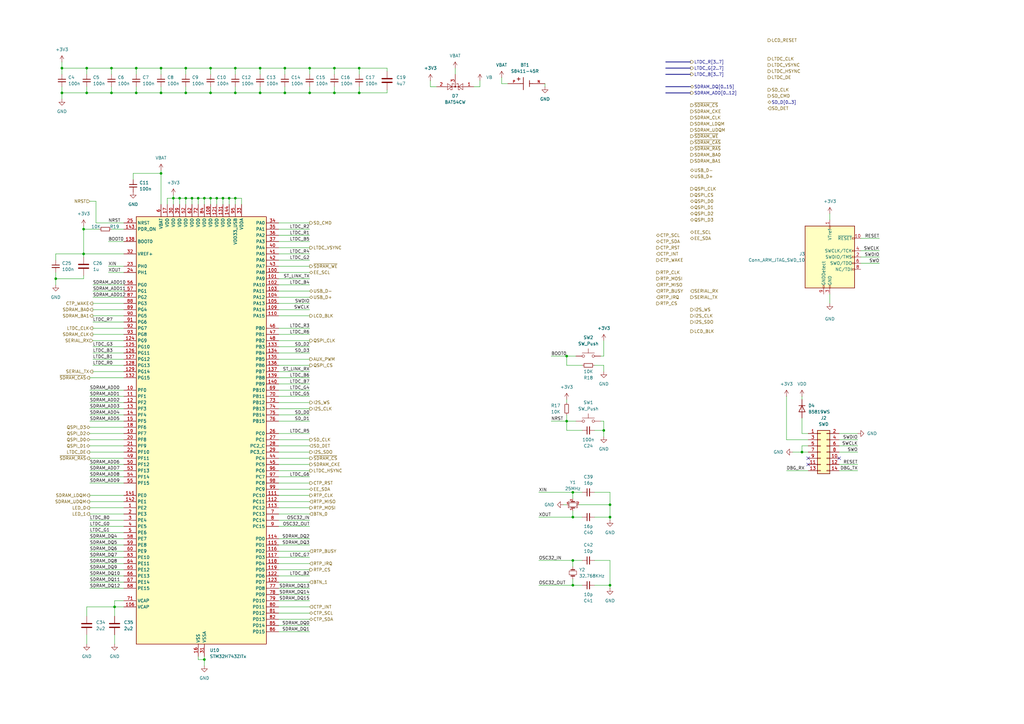
<source format=kicad_sch>
(kicad_sch (version 20231120) (generator "eeschema") (generator_version "8.0")
  (paper "A3")
  (junction (at 86.36 38.1))
  (junction (at 71.12 81.28))
  (junction (at 46.99 248.92))
  (junction (at 34.29 93.98))
  (junction (at 66.04 38.1))
  (junction (at 91.44 81.28))
  (junction (at 34.29 104.14))
  (junction (at 147.32 38.1))
  (junction (at 25.4 27.94))
  (junction (at 35.56 38.1))
  (junction (at 137.16 27.94))
  (junction (at 83.82 270.51))
  (junction (at 86.36 81.28))
  (junction (at 96.52 38.1))
  (junction (at 81.28 81.28))
  (junction (at 234.95 240.03))
  (junction (at 116.84 27.94))
  (junction (at 83.82 81.28))
  (junction (at 250.19 212.09))
  (junction (at 234.95 229.87))
  (junction (at 116.84 38.1))
  (junction (at 88.9 81.28))
  (junction (at 232.41 172.72))
  (junction (at 96.52 81.28))
  (junction (at 250.19 240.03))
  (junction (at 76.2 27.94))
  (junction (at 328.93 185.42))
  (junction (at 55.88 27.94))
  (junction (at 66.04 71.12))
  (junction (at 96.52 27.94))
  (junction (at 73.66 81.28))
  (junction (at 76.2 38.1))
  (junction (at 232.41 146.05))
  (junction (at 45.72 38.1))
  (junction (at 45.72 27.94))
  (junction (at 93.98 81.28))
  (junction (at 234.95 212.09))
  (junction (at 78.74 81.28))
  (junction (at 22.86 114.3))
  (junction (at 247.65 176.53))
  (junction (at 106.68 27.94))
  (junction (at 250.19 207.01))
  (junction (at 106.68 38.1))
  (junction (at 35.56 27.94))
  (junction (at 234.95 201.93))
  (junction (at 66.04 27.94))
  (junction (at 127 27.94))
  (junction (at 127 38.1))
  (junction (at 86.36 27.94))
  (junction (at 76.2 81.28))
  (junction (at 55.88 38.1))
  (junction (at 137.16 38.1))
  (junction (at 25.4 38.1))
  (junction (at 147.32 27.94))
  (no_connect (at 331.47 187.96))
  (no_connect (at 344.17 187.96))
  (no_connect (at 331.47 190.5))
  (wire (pts (xy 66.04 35.56) (xy 66.04 38.1)))
  (wire (pts (xy 127 121.92) (xy 114.3 121.92)))
  (wire (pts (xy 66.04 83.82) (xy 66.04 71.12)))
  (wire (pts (xy 83.82 270.51) (xy 83.82 269.24)))
  (wire (pts (xy 127 35.56) (xy 127 38.1)))
  (wire (pts (xy 36.83 223.52) (xy 50.8 223.52)))
  (wire (pts (xy 328.93 162.56) (xy 328.93 163.83)))
  (wire (pts (xy 250.19 207.01) (xy 250.19 212.09)))
  (wire (pts (xy 25.4 25.4) (xy 25.4 27.94)))
  (wire (pts (xy 45.72 38.1) (xy 55.88 38.1)))
  (wire (pts (xy 71.12 81.28) (xy 68.58 81.28)))
  (wire (pts (xy 45.72 27.94) (xy 45.72 30.48)))
  (wire (pts (xy 351.79 182.88) (xy 344.17 182.88)))
  (wire (pts (xy 66.04 38.1) (xy 76.2 38.1)))
  (wire (pts (xy 127 205.74) (xy 114.3 205.74)))
  (wire (pts (xy 127 203.2) (xy 114.3 203.2)))
  (wire (pts (xy 322.58 180.34) (xy 331.47 180.34)))
  (wire (pts (xy 246.38 146.05) (xy 247.65 146.05)))
  (wire (pts (xy 250.19 240.03) (xy 250.19 241.3)))
  (wire (pts (xy 39.37 82.55) (xy 39.37 91.44)))
  (wire (pts (xy 36.83 187.96) (xy 50.8 187.96)))
  (wire (pts (xy 44.45 109.22) (xy 50.8 109.22)))
  (wire (pts (xy 127 27.94) (xy 127 30.48)))
  (wire (pts (xy 205.74 34.29) (xy 208.28 34.29)))
  (wire (pts (xy 44.45 99.06) (xy 50.8 99.06)))
  (wire (pts (xy 232.41 149.86) (xy 232.41 146.05)))
  (wire (pts (xy 36.83 226.06) (xy 50.8 226.06)))
  (wire (pts (xy 127 172.72) (xy 114.3 172.72)))
  (wire (pts (xy 36.83 160.02) (xy 50.8 160.02)))
  (wire (pts (xy 25.4 27.94) (xy 25.4 30.48)))
  (wire (pts (xy 38.1 134.62) (xy 50.8 134.62)))
  (wire (pts (xy 38.1 149.86) (xy 50.8 149.86)))
  (wire (pts (xy 147.32 38.1) (xy 158.75 38.1)))
  (wire (pts (xy 36.83 154.94) (xy 50.8 154.94)))
  (wire (pts (xy 127 134.62) (xy 114.3 134.62)))
  (wire (pts (xy 35.56 27.94) (xy 35.56 30.48)))
  (wire (pts (xy 38.1 152.4) (xy 50.8 152.4)))
  (wire (pts (xy 234.95 229.87) (xy 234.95 232.41)))
  (wire (pts (xy 176.53 35.56) (xy 179.07 35.56)))
  (wire (pts (xy 250.19 201.93) (xy 250.19 207.01)))
  (wire (pts (xy 238.76 229.87) (xy 234.95 229.87)))
  (wire (pts (xy 36.83 236.22) (xy 50.8 236.22)))
  (wire (pts (xy 38.1 116.84) (xy 50.8 116.84)))
  (wire (pts (xy 127 91.44) (xy 114.3 91.44)))
  (wire (pts (xy 137.16 27.94) (xy 147.32 27.94)))
  (wire (pts (xy 360.68 102.87) (xy 353.06 102.87)))
  (wire (pts (xy 36.83 162.56) (xy 50.8 162.56)))
  (wire (pts (xy 223.52 35.56) (xy 223.52 34.29)))
  (wire (pts (xy 71.12 81.28) (xy 71.12 83.82)))
  (wire (pts (xy 50.8 248.92) (xy 46.99 248.92)))
  (wire (pts (xy 35.56 27.94) (xy 45.72 27.94)))
  (wire (pts (xy 34.29 93.98) (xy 34.29 104.14)))
  (wire (pts (xy 81.28 269.24) (xy 81.28 270.51)))
  (wire (pts (xy 127 93.98) (xy 114.3 93.98)))
  (wire (pts (xy 127 180.34) (xy 114.3 180.34)))
  (wire (pts (xy 34.29 93.98) (xy 40.64 93.98)))
  (wire (pts (xy 45.72 93.98) (xy 50.8 93.98)))
  (wire (pts (xy 86.36 27.94) (xy 96.52 27.94)))
  (wire (pts (xy 35.56 264.16) (xy 35.56 260.35)))
  (wire (pts (xy 96.52 27.94) (xy 106.68 27.94)))
  (wire (pts (xy 127 106.68) (xy 114.3 106.68)))
  (wire (pts (xy 38.1 119.38) (xy 50.8 119.38)))
  (wire (pts (xy 55.88 27.94) (xy 66.04 27.94)))
  (wire (pts (xy 36.83 193.04) (xy 50.8 193.04)))
  (wire (pts (xy 147.32 27.94) (xy 158.75 27.94)))
  (wire (pts (xy 127 101.6) (xy 114.3 101.6)))
  (wire (pts (xy 22.86 111.76) (xy 22.86 114.3)))
  (wire (pts (xy 96.52 38.1) (xy 106.68 38.1)))
  (wire (pts (xy 96.52 35.56) (xy 96.52 38.1)))
  (wire (pts (xy 127 231.14) (xy 114.3 231.14)))
  (wire (pts (xy 127 104.14) (xy 114.3 104.14)))
  (wire (pts (xy 106.68 27.94) (xy 106.68 30.48)))
  (wire (pts (xy 127 251.46) (xy 114.3 251.46)))
  (wire (pts (xy 46.99 248.92) (xy 46.99 252.73)))
  (wire (pts (xy 55.88 38.1) (xy 66.04 38.1)))
  (wire (pts (xy 127 114.3) (xy 114.3 114.3)))
  (wire (pts (xy 76.2 27.94) (xy 76.2 30.48)))
  (wire (pts (xy 114.3 223.52) (xy 127 223.52)))
  (wire (pts (xy 73.66 81.28) (xy 73.66 83.82)))
  (wire (pts (xy 34.29 113.03) (xy 34.29 114.3)))
  (wire (pts (xy 38.1 121.92) (xy 50.8 121.92)))
  (wire (pts (xy 93.98 81.28) (xy 96.52 81.28)))
  (wire (pts (xy 36.83 241.3) (xy 50.8 241.3)))
  (wire (pts (xy 127 195.58) (xy 114.3 195.58)))
  (wire (pts (xy 86.36 35.56) (xy 86.36 38.1)))
  (wire (pts (xy 127 185.42) (xy 114.3 185.42)))
  (wire (pts (xy 83.82 81.28) (xy 86.36 81.28)))
  (wire (pts (xy 36.83 82.55) (xy 39.37 82.55)))
  (wire (pts (xy 328.93 177.8) (xy 331.47 177.8)))
  (wire (pts (xy 127 162.56) (xy 114.3 162.56)))
  (bus (pts (xy 273.05 38.1) (xy 283.21 38.1)))
  (wire (pts (xy 114.3 124.46) (xy 127 124.46)))
  (wire (pts (xy 116.84 27.94) (xy 127 27.94)))
  (wire (pts (xy 106.68 38.1) (xy 116.84 38.1)))
  (wire (pts (xy 36.83 172.72) (xy 50.8 172.72)))
  (wire (pts (xy 91.44 81.28) (xy 93.98 81.28)))
  (wire (pts (xy 127 111.76) (xy 114.3 111.76)))
  (wire (pts (xy 127 238.76) (xy 114.3 238.76)))
  (wire (pts (xy 234.95 240.03) (xy 234.95 237.49)))
  (wire (pts (xy 36.83 198.12) (xy 50.8 198.12)))
  (wire (pts (xy 127 142.24) (xy 114.3 142.24)))
  (wire (pts (xy 127 167.64) (xy 114.3 167.64)))
  (wire (pts (xy 250.19 212.09) (xy 250.19 213.36)))
  (wire (pts (xy 36.83 208.28) (xy 50.8 208.28)))
  (wire (pts (xy 36.83 228.6) (xy 50.8 228.6)))
  (wire (pts (xy 238.76 149.86) (xy 232.41 149.86)))
  (wire (pts (xy 86.36 27.94) (xy 86.36 30.48)))
  (wire (pts (xy 36.83 238.76) (xy 50.8 238.76)))
  (wire (pts (xy 116.84 38.1) (xy 127 38.1)))
  (wire (pts (xy 55.88 35.56) (xy 55.88 38.1)))
  (bus (pts (xy 273.05 30.48) (xy 283.21 30.48)))
  (wire (pts (xy 328.93 171.45) (xy 328.93 177.8)))
  (wire (pts (xy 81.28 81.28) (xy 83.82 81.28)))
  (wire (pts (xy 45.72 35.56) (xy 45.72 38.1)))
  (wire (pts (xy 114.3 215.9) (xy 127 215.9)))
  (wire (pts (xy 234.95 212.09) (xy 234.95 209.55)))
  (wire (pts (xy 322.58 193.04) (xy 331.47 193.04)))
  (wire (pts (xy 127 241.3) (xy 114.3 241.3)))
  (wire (pts (xy 76.2 35.56) (xy 76.2 38.1)))
  (wire (pts (xy 39.37 91.44) (xy 50.8 91.44)))
  (wire (pts (xy 237.49 207.01) (xy 250.19 207.01)))
  (wire (pts (xy 158.75 36.83) (xy 158.75 38.1)))
  (wire (pts (xy 127 96.52) (xy 114.3 96.52)))
  (wire (pts (xy 35.56 248.92) (xy 35.56 252.73)))
  (wire (pts (xy 127 152.4) (xy 114.3 152.4)))
  (wire (pts (xy 127 109.22) (xy 114.3 109.22)))
  (wire (pts (xy 340.36 124.46) (xy 340.36 120.65)))
  (wire (pts (xy 127 259.08) (xy 114.3 259.08)))
  (wire (pts (xy 243.84 176.53) (xy 247.65 176.53)))
  (wire (pts (xy 351.79 190.5) (xy 344.17 190.5)))
  (wire (pts (xy 331.47 182.88) (xy 328.93 182.88)))
  (wire (pts (xy 106.68 27.94) (xy 116.84 27.94)))
  (wire (pts (xy 35.56 38.1) (xy 45.72 38.1)))
  (wire (pts (xy 351.79 185.42) (xy 344.17 185.42)))
  (wire (pts (xy 127 147.32) (xy 114.3 147.32)))
  (wire (pts (xy 66.04 69.85) (xy 66.04 71.12)))
  (wire (pts (xy 127 165.1) (xy 114.3 165.1)))
  (wire (pts (xy 158.75 29.21) (xy 158.75 27.94)))
  (wire (pts (xy 93.98 81.28) (xy 93.98 83.82)))
  (wire (pts (xy 325.12 185.42) (xy 328.93 185.42)))
  (wire (pts (xy 127 226.06) (xy 114.3 226.06)))
  (wire (pts (xy 66.04 27.94) (xy 76.2 27.94)))
  (wire (pts (xy 360.68 107.95) (xy 353.06 107.95)))
  (wire (pts (xy 36.83 213.36) (xy 50.8 213.36)))
  (wire (pts (xy 238.76 201.93) (xy 234.95 201.93)))
  (wire (pts (xy 76.2 81.28) (xy 78.74 81.28)))
  (wire (pts (xy 36.83 210.82) (xy 50.8 210.82)))
  (wire (pts (xy 22.86 114.3) (xy 34.29 114.3)))
  (wire (pts (xy 36.83 190.5) (xy 50.8 190.5)))
  (wire (pts (xy 54.61 71.12) (xy 54.61 73.66)))
  (wire (pts (xy 127 27.94) (xy 137.16 27.94)))
  (wire (pts (xy 81.28 81.28) (xy 81.28 83.82)))
  (wire (pts (xy 351.79 177.8) (xy 344.17 177.8)))
  (wire (pts (xy 220.98 240.03) (xy 234.95 240.03)))
  (wire (pts (xy 360.68 105.41) (xy 353.06 105.41)))
  (wire (pts (xy 127 170.18) (xy 114.3 170.18)))
  (wire (pts (xy 127 243.84) (xy 114.3 243.84)))
  (wire (pts (xy 147.32 35.56) (xy 147.32 38.1)))
  (wire (pts (xy 36.83 167.64) (xy 50.8 167.64)))
  (wire (pts (xy 137.16 38.1) (xy 147.32 38.1)))
  (wire (pts (xy 127 157.48) (xy 114.3 157.48)))
  (wire (pts (xy 96.52 81.28) (xy 99.06 81.28)))
  (wire (pts (xy 220.98 212.09) (xy 234.95 212.09)))
  (wire (pts (xy 36.83 170.18) (xy 50.8 170.18)))
  (wire (pts (xy 127 256.54) (xy 114.3 256.54)))
  (wire (pts (xy 232.41 163.83) (xy 232.41 165.1)))
  (wire (pts (xy 78.74 81.28) (xy 78.74 83.82)))
  (wire (pts (xy 328.93 182.88) (xy 328.93 185.42)))
  (wire (pts (xy 76.2 27.94) (xy 86.36 27.94)))
  (bus (pts (xy 273.05 25.4) (xy 283.21 25.4)))
  (wire (pts (xy 186.69 27.94) (xy 186.69 30.48)))
  (wire (pts (xy 127 200.66) (xy 114.3 200.66)))
  (wire (pts (xy 66.04 71.12) (xy 54.61 71.12)))
  (wire (pts (xy 127 119.38) (xy 114.3 119.38)))
  (wire (pts (xy 232.41 146.05) (xy 236.22 146.05)))
  (wire (pts (xy 127 233.68) (xy 114.3 233.68)))
  (wire (pts (xy 38.1 137.16) (xy 50.8 137.16)))
  (wire (pts (xy 76.2 38.1) (xy 86.36 38.1)))
  (wire (pts (xy 351.79 193.04) (xy 344.17 193.04)))
  (wire (pts (xy 127 248.92) (xy 114.3 248.92)))
  (wire (pts (xy 36.83 205.74) (xy 50.8 205.74)))
  (wire (pts (xy 127 38.1) (xy 137.16 38.1)))
  (wire (pts (xy 25.4 35.56) (xy 25.4 38.1)))
  (wire (pts (xy 137.16 27.94) (xy 137.16 30.48)))
  (wire (pts (xy 71.12 81.28) (xy 73.66 81.28)))
  (wire (pts (xy 243.84 201.93) (xy 250.19 201.93)))
  (wire (pts (xy 127 129.54) (xy 114.3 129.54)))
  (wire (pts (xy 243.84 212.09) (xy 250.19 212.09)))
  (wire (pts (xy 127 154.94) (xy 114.3 154.94)))
  (wire (pts (xy 127 228.6) (xy 114.3 228.6)))
  (wire (pts (xy 114.3 213.36) (xy 127 213.36)))
  (wire (pts (xy 238.76 176.53) (xy 232.41 176.53)))
  (wire (pts (xy 36.83 218.44) (xy 50.8 218.44)))
  (wire (pts (xy 46.99 264.16) (xy 46.99 260.35)))
  (wire (pts (xy 36.83 195.58) (xy 50.8 195.58)))
  (wire (pts (xy 66.04 27.94) (xy 66.04 30.48)))
  (wire (pts (xy 106.68 35.56) (xy 106.68 38.1)))
  (wire (pts (xy 68.58 81.28) (xy 68.58 83.82)))
  (wire (pts (xy 127 160.02) (xy 114.3 160.02)))
  (wire (pts (xy 38.1 139.7) (xy 50.8 139.7)))
  (wire (pts (xy 25.4 38.1) (xy 25.4 40.64)))
  (wire (pts (xy 78.74 81.28) (xy 81.28 81.28)))
  (wire (pts (xy 76.2 81.28) (xy 76.2 83.82)))
  (wire (pts (xy 86.36 81.28) (xy 88.9 81.28)))
  (wire (pts (xy 34.29 92.71) (xy 34.29 93.98)))
  (wire (pts (xy 247.65 172.72) (xy 247.65 176.53)))
  (wire (pts (xy 34.29 104.14) (xy 50.8 104.14)))
  (wire (pts (xy 88.9 81.28) (xy 88.9 83.82)))
  (wire (pts (xy 71.12 80.01) (xy 71.12 81.28)))
  (wire (pts (xy 127 139.7) (xy 114.3 139.7)))
  (wire (pts (xy 127 182.88) (xy 114.3 182.88)))
  (wire (pts (xy 340.36 87.63) (xy 340.36 90.17)))
  (wire (pts (xy 247.65 149.86) (xy 247.65 152.4)))
  (wire (pts (xy 38.1 127) (xy 50.8 127)))
  (wire (pts (xy 34.29 105.41) (xy 34.29 104.14)))
  (wire (pts (xy 127 149.86) (xy 114.3 149.86)))
  (wire (pts (xy 36.83 233.68) (xy 50.8 233.68)))
  (wire (pts (xy 127 246.38) (xy 114.3 246.38)))
  (wire (pts (xy 83.82 81.28) (xy 83.82 83.82)))
  (wire (pts (xy 44.45 111.76) (xy 50.8 111.76)))
  (wire (pts (xy 127 208.28) (xy 114.3 208.28)))
  (wire (pts (xy 116.84 35.56) (xy 116.84 38.1)))
  (wire (pts (xy 127 190.5) (xy 114.3 190.5)))
  (wire (pts (xy 243.84 240.03) (xy 250.19 240.03)))
  (wire (pts (xy 127 99.06) (xy 114.3 99.06)))
  (wire (pts (xy 137.16 35.56) (xy 137.16 38.1)))
  (wire (pts (xy 127 144.78) (xy 114.3 144.78)))
  (wire (pts (xy 36.83 182.88) (xy 50.8 182.88)))
  (wire (pts (xy 38.1 129.54) (xy 50.8 129.54)))
  (wire (pts (xy 22.86 114.3) (xy 22.86 116.84)))
  (wire (pts (xy 36.83 180.34) (xy 50.8 180.34)))
  (wire (pts (xy 360.68 97.79) (xy 353.06 97.79)))
  (wire (pts (xy 243.84 149.86) (xy 247.65 149.86)))
  (wire (pts (xy 226.06 172.72) (xy 232.41 172.72)))
  (wire (pts (xy 114.3 127) (xy 127 127)))
  (wire (pts (xy 247.65 176.53) (xy 247.65 179.07)))
  (wire (pts (xy 322.58 162.56) (xy 322.58 180.34)))
  (wire (pts (xy 127 137.16) (xy 114.3 137.16)))
  (wire (pts (xy 127 187.96) (xy 114.3 187.96)))
  (wire (pts (xy 38.1 142.24) (xy 50.8 142.24)))
  (wire (pts (xy 127 254) (xy 114.3 254)))
  (wire (pts (xy 243.84 229.87) (xy 250.19 229.87)))
  (wire (pts (xy 36.83 231.14) (xy 50.8 231.14)))
  (wire (pts (xy 247.65 139.7) (xy 247.65 146.05)))
  (bus (pts (xy 273.05 27.94) (xy 283.21 27.94)))
  (wire (pts (xy 246.38 172.72) (xy 247.65 172.72)))
  (wire (pts (xy 127 193.04) (xy 114.3 193.04)))
  (wire (pts (xy 238.76 212.09) (xy 234.95 212.09)))
  (wire (pts (xy 50.8 246.38) (xy 46.99 246.38)))
  (wire (pts (xy 127 177.8) (xy 114.3 177.8)))
  (wire (pts (xy 114.3 220.98) (xy 127 220.98)))
  (wire (pts (xy 220.98 229.87) (xy 234.95 229.87)))
  (wire (pts (xy 232.41 170.18) (xy 232.41 172.72)))
  (wire (pts (xy 238.76 240.03) (xy 234.95 240.03)))
  (wire (pts (xy 127 116.84) (xy 114.3 116.84)))
  (wire (pts (xy 36.83 220.98) (xy 50.8 220.98)))
  (wire (pts (xy 147.32 27.94) (xy 147.32 30.48)))
  (wire (pts (xy 55.88 27.94) (xy 55.88 30.48)))
  (wire (pts (xy 99.06 81.28) (xy 99.06 83.82)))
  (wire (pts (xy 22.86 104.14) (xy 22.86 106.68)))
  (wire (pts (xy 232.41 172.72) (xy 236.22 172.72)))
  (wire (pts (xy 127 210.82) (xy 114.3 210.82)))
  (wire (pts (xy 176.53 33.02) (xy 176.53 35.56)))
  (wire (pts (xy 38.1 124.46) (xy 50.8 124.46)))
  (wire (pts (xy 25.4 27.94) (xy 35.56 27.94)))
  (wire (pts (xy 36.83 215.9) (xy 50.8 215.9)))
  (wire (pts (xy 25.4 38.1) (xy 35.56 38.1)))
  (wire (pts (xy 88.9 81.28) (xy 91.44 81.28)))
  (wire (pts (xy 96.52 81.28) (xy 96.52 83.82)))
  (wire (pts (xy 36.83 203.2) (xy 50.8 203.2)))
  (wire (pts (xy 127 198.12) (xy 114.3 198.12)))
  (wire (pts (xy 351.79 180.34) (xy 344.17 180.34)))
  (wire (pts (xy 38.1 147.32) (xy 50.8 147.32)))
  (wire (pts (xy 46.99 248.92) (xy 35.56 248.92)))
  (wire (pts (xy 91.44 81.28) (xy 91.44 83.82)))
  (wire (pts (xy 86.36 38.1) (xy 96.52 38.1)))
  (wire (pts (xy 45.72 27.94) (xy 55.88 27.94)))
  (wire (pts (xy 328.93 185.42) (xy 331.47 185.42)))
  (wire (pts (xy 194.31 35.56) (xy 196.85 35.56)))
  (wire (pts (xy 127 236.22) (xy 114.3 236.22)))
  (wire (pts (xy 250.19 229.87) (xy 250.19 240.03)))
  (wire (pts (xy 46.99 246.38) (xy 46.99 248.92)))
  (wire (pts (xy 232.41 176.53) (xy 232.41 172.72)))
  (wire (pts (xy 22.86 104.14) (xy 34.29 104.14)))
  (wire (pts (xy 116.84 27.94) (xy 116.84 30.48)))
  (wire (pts (xy 234.95 201.93) (xy 234.95 204.47)))
  (wire (pts (xy 36.83 177.8) (xy 50.8 177.8)))
  (wire (pts (xy 96.52 27.94) (xy 96.52 30.48)))
  (wire (pts (xy 86.36 81.28) (xy 86.36 83.82)))
  (wire (pts (xy 36.83 185.42) (xy 50.8 185.42)))
  (wire (pts (xy 205.74 34.29) (xy 205.74 31.75)))
  (wire (pts (xy 196.85 35.56) (xy 196.85 33.02)))
  (wire (pts (xy 36.83 165.1) (xy 50.8 165.1)))
  (wire (pts (xy 38.1 132.08) (xy 50.8 132.08)))
  (wire (pts (xy 220.98 201.93) (xy 234.95 201.93)))
  (wire (pts (xy 81.28 270.51) (xy 83.82 270.51)))
  (wire (pts (xy 226.06 146.05) (xy 232.41 146.05)))
  (wire (pts (xy 83.82 273.05) (xy 83.82 270.51)))
  (wire (pts (xy 35.56 35.56) (xy 35.56 38.1)))
  (wire (pts (xy 38.1 144.78) (xy 50.8 144.78)))
  (bus (pts (xy 273.05 35.56) (xy 283.21 35.56)))
  (wire (pts (xy 36.83 175.26) (xy 50.8 175.26)))
  (wire (pts (xy 232.41 207.01) (xy 231.14 207.01)))
  (wire (pts (xy 73.66 81.28) (xy 76.2 81.28)))
  (label "NRST" (at 44.45 91.44 0))
  (label "LTDC_G2" (at 127 106.68 180))
  (label "SDRAM_ADD1" (at 36.83 162.56 0))
  (label "LTDC_R5" (at 127 177.8 180))
  (label "LTDC_B2" (at 127 236.22 180))
  (label "SDRAM_DQ15" (at 127 246.38 180))
  (label "SD_D3" (at 127 144.78 180))
  (label "SDRAM_DQ13" (at 127 241.3 180))
  (label "LTDC_G1" (at 36.83 218.44 0))
  (label "OSC32_IN" (at 127 213.36 180))
  (label "BOOT0" (at 226.06 146.05 0))
  (label "LTDC_R2" (at 127 93.98 180))
  (label "SDRAM_DQ7" (at 36.83 228.6 0))
  (label "SD_D2" (at 127 142.24 180))
  (label "SDRAM_DQ0" (at 127 256.54 180))
  (label "LTDC_B3" (at 38.1 144.78 0))
  (label "SDRAM_DQ6" (at 36.83 226.06 0))
  (label "SDRAM_ADD12" (at 38.1 121.92 0))
  (label "LTDC_B4" (at 127 116.84 180))
  (label "SDRAM_ADD6" (at 36.83 190.5 0))
  (label "ST_LINK_RX" (at 127 152.4 180))
  (label "LTDC_G7" (at 127 228.6 180))
  (label "LTDC_B0" (at 36.83 213.36 0))
  (label "RESET" (at 360.68 97.79 180))
  (label "SWO" (at 351.79 185.42 180))
  (label "LTDC_R3" (at 127 134.62 180))
  (label "SDRAM_DQ2" (at 127 220.98 180))
  (label "OSC32_IN" (at 220.98 229.87 0))
  (label "SWDIO" (at 351.79 180.34 180))
  (label "RESET" (at 351.79 190.5 180))
  (label "LTDC_B7" (at 127 157.48 180))
  (label "LTDC_R1" (at 127 96.52 180))
  (label "LTDC_R7" (at 38.1 132.08 0))
  (label "LTDC_G3" (at 38.1 142.24 0))
  (label "LTDC_B1" (at 38.1 147.32 0))
  (label "SDRAM_DQ3" (at 127 223.52 180))
  (label "SDRAM_DQ1" (at 127 259.08 180))
  (label "LTDC_G5" (at 127 162.56 180))
  (label "SDRAM_DQ12" (at 36.83 241.3 0))
  (label "SDRAM_DQ14" (at 127 243.84 180))
  (label "SDRAM_ADD4" (at 36.83 170.18 0))
  (label "SDRAM_ADD9" (at 36.83 198.12 0))
  (label "SDRAM_ADD10" (at 38.1 116.84 0))
  (label "DBG_RX" (at 322.58 193.04 0))
  (label "SDRAM_ADD3" (at 36.83 167.64 0))
  (label "SDRAM_ADD8" (at 36.83 195.58 0))
  (label "LTDC_G0" (at 36.83 215.9 0))
  (label "SDRAM_DQ9" (at 36.83 233.68 0))
  (label "XOUT" (at 220.98 212.09 0))
  (label "SWO" (at 360.68 107.95 180))
  (label "LTDC_B6" (at 127 154.94 180))
  (label "LTDC_B5" (at 127 99.06 180))
  (label "SDRAM_DQ4" (at 36.83 220.98 0))
  (label "LTDC_R0" (at 38.1 149.86 0))
  (label "XIN" (at 44.45 109.22 0))
  (label "ST_LINK_TX" (at 127 114.3 180))
  (label "SDRAM_ADD5" (at 36.83 172.72 0))
  (label "SDRAM_DQ11" (at 36.83 238.76 0))
  (label "SD_D1" (at 127 172.72 180))
  (label "SDRAM_DQ5" (at 36.83 223.52 0))
  (label "SWDIO" (at 127 124.46 180))
  (label "DBG_TX" (at 351.79 193.04 180))
  (label "SDRAM_DQ10" (at 36.83 236.22 0))
  (label "SWCLK" (at 360.68 102.87 180))
  (label "SWDIO" (at 360.68 105.41 180))
  (label "XOUT" (at 44.45 111.76 0))
  (label "OSC32_OUT" (at 220.98 240.03 0))
  (label "NRST" (at 226.06 172.72 0))
  (label "XIN" (at 220.98 201.93 0))
  (label "LTDC_R6" (at 127 137.16 180))
  (label "LTDC_R4" (at 127 104.14 180))
  (label "BOOT0" (at 44.45 99.06 0))
  (label "LTDC_G4" (at 127 160.02 180))
  (label "SWCLK" (at 127 127 180))
  (label "SDRAM_DQ8" (at 36.83 231.14 0))
  (label "SD_D0" (at 127 170.18 180))
  (label "SDRAM_ADD2" (at 36.83 165.1 0))
  (label "SDRAM_ADD0" (at 36.83 160.02 0))
  (label "LTDC_G6" (at 127 195.58 180))
  (label "SDRAM_ADD11" (at 38.1 119.38 0))
  (label "SWCLK" (at 351.79 182.88 180))
  (label "OSC32_OUT" (at 127 215.9 180))
  (label "SDRAM_ADD7" (at 36.83 193.04 0))
  (hierarchical_label "RTP_MOSI" (shape output) (at 127 208.28 0))
  (hierarchical_label "CTP_INT" (shape input) (at 269.24 104.14 0))
  (hierarchical_label "SDRAM_DQ[0..15]" (shape bidirectional) (at 283.21 35.56 0))
  (hierarchical_label "CTP_SCL" (shape bidirectional) (at 269.24 96.52 0))
  (hierarchical_label "QSPI_D3" (shape bidirectional) (at 36.83 175.26 180))
  (hierarchical_label "EE_SCL" (shape bidirectional) (at 283.21 95.25 0))
  (hierarchical_label "RTP_CS" (shape output) (at 269.24 124.46 0))
  (hierarchical_label "QSPI_D1" (shape bidirectional) (at 283.21 85.09 0))
  (hierarchical_label "LTDC_HSYNC" (shape output) (at 127 193.04 0))
  (hierarchical_label "USB_D+" (shape bidirectional) (at 283.21 72.39 0))
  (hierarchical_label "RTP_BUSY" (shape input) (at 127 226.06 0))
  (hierarchical_label "CTP_WAKE" (shape output) (at 38.1 124.46 180))
  (hierarchical_label "SERIAL_RX" (shape input) (at 283.21 119.38 0))
  (hierarchical_label "RTP_IRQ" (shape input) (at 127 231.14 0))
  (hierarchical_label "SDRAM_CLK" (shape output) (at 38.1 137.16 180))
  (hierarchical_label "AUX_PWM" (shape output) (at 127 147.32 0))
  (hierarchical_label "QSPI_CS" (shape output) (at 127 149.86 0))
  (hierarchical_label "LCD_RESET" (shape output) (at 314.96 16.51 0))
  (hierarchical_label "LTDC_G[2..7]" (shape output) (at 283.21 27.94 0))
  (hierarchical_label "LTDC_B[3..7]" (shape output) (at 283.21 30.48 0))
  (hierarchical_label "RTP_MISO" (shape input) (at 269.24 116.84 0))
  (hierarchical_label "CTP_WAKE" (shape output) (at 269.24 106.68 0))
  (hierarchical_label "LTDC_HSYNC" (shape output) (at 314.96 29.21 0))
  (hierarchical_label "~{SDRAM_RAS}" (shape output) (at 283.21 60.96 0))
  (hierarchical_label "LCD_BLK" (shape output) (at 283.21 135.89 0))
  (hierarchical_label "I2S_WS" (shape output) (at 127 165.1 0))
  (hierarchical_label "CTP_SDA" (shape bidirectional) (at 269.24 99.06 0))
  (hierarchical_label "CTP_INT" (shape input) (at 127 248.92 0))
  (hierarchical_label "RTP_MISO" (shape input) (at 127 205.74 0))
  (hierarchical_label "QSPI_D3" (shape bidirectional) (at 283.21 90.17 0))
  (hierarchical_label "SD_D[0..3]" (shape bidirectional) (at 314.96 41.91 0))
  (hierarchical_label "BTN_1" (shape input) (at 127 238.76 0))
  (hierarchical_label "LTDC_CLK" (shape output) (at 314.96 24.13 0))
  (hierarchical_label "SDRAM_LDQM" (shape output) (at 283.21 50.8 0))
  (hierarchical_label "CTP_SCL" (shape bidirectional) (at 127 251.46 0))
  (hierarchical_label "SDRAM_LDQM" (shape output) (at 36.83 203.2 180))
  (hierarchical_label "SD_CMD" (shape output) (at 127 91.44 0))
  (hierarchical_label "~{SDRAM_CS}" (shape output) (at 283.21 43.18 0))
  (hierarchical_label "RTP_CLK" (shape output) (at 127 203.2 0))
  (hierarchical_label "SDRAM_CLK" (shape output) (at 283.21 48.26 0))
  (hierarchical_label "SERIAL_TX" (shape output) (at 38.1 152.4 180))
  (hierarchical_label "LTDC_DE" (shape output) (at 36.83 185.42 180))
  (hierarchical_label "LTDC_VSYNC" (shape output) (at 127 101.6 0))
  (hierarchical_label "RTP_CS" (shape output) (at 127 233.68 0))
  (hierarchical_label "RTP_BUSY" (shape input) (at 269.24 119.38 0))
  (hierarchical_label "EE_SDA" (shape bidirectional) (at 283.21 97.79 0))
  (hierarchical_label "SDRAM_BA0" (shape output) (at 283.21 63.5 0))
  (hierarchical_label "EE_SDA" (shape bidirectional) (at 127 200.66 0))
  (hierarchical_label "CTP_RST" (shape output) (at 269.24 101.6 0))
  (hierarchical_label "CTP_RST" (shape output) (at 127 198.12 0))
  (hierarchical_label "SDRAM_CKE" (shape output) (at 283.21 45.72 0))
  (hierarchical_label "LTDC_DE" (shape output) (at 314.96 31.75 0))
  (hierarchical_label "QSPI_D0" (shape bidirectional) (at 36.83 180.34 180))
  (hierarchical_label "SD_CMD" (shape output) (at 314.96 39.37 0))
  (hierarchical_label "SDRAM_ADD[0..12]" (shape output) (at 283.21 38.1 0))
  (hierarchical_label "~{SDRAM_CAS}" (shape output) (at 36.83 154.94 180))
  (hierarchical_label "USB_D-" (shape bidirectional) (at 127 119.38 0))
  (hierarchical_label "~{SDRAM_CS}" (shape output) (at 127 187.96 0))
  (hierarchical_label "I2S_WS" (shape output) (at 283.21 127 0))
  (hierarchical_label "~{SDRAM_CAS}" (shape output) (at 283.21 58.42 0))
  (hierarchical_label "USB_D+" (shape bidirectional) (at 127 121.92 0))
  (hierarchical_label "SERIAL_TX" (shape output) (at 283.21 121.92 0))
  (hierarchical_label "SDRAM_CKE" (shape output) (at 127 190.5 0))
  (hierarchical_label "SERIAL_RX" (shape input) (at 38.1 139.7 180))
  (hierarchical_label "LTDC_CLK" (shape output) (at 38.1 134.62 180))
  (hierarchical_label "SDRAM_BA0" (shape output) (at 38.1 127 180))
  (hierarchical_label "QSPI_D2" (shape bidirectional) (at 36.83 177.8 180))
  (hierarchical_label "SDRAM_UDQM" (shape output) (at 36.83 205.74 180))
  (hierarchical_label "~{SDRAM_WE}" (shape output) (at 283.21 55.88 0))
  (hierarchical_label "NRST" (shape input) (at 36.83 82.55 180))
  (hierarchical_label "~{SDRAM_RAS}" (shape output) (at 36.83 187.96 180))
  (hierarchical_label "SDRAM_BA1" (shape output) (at 283.21 66.04 0))
  (hierarchical_label "QSPI_D1" (shape bidirectional) (at 36.83 182.88 180))
  (hierarchical_label "SD_CLK" (shape output) (at 314.96 36.83 0))
  (hierarchical_label "I2S_SDO" (shape output) (at 127 185.42 0))
  (hierarchical_label "LTDC_VSYNC" (shape output) (at 314.96 26.67 0))
  (hierarchical_label "I2S_CLK" (shape output) (at 127 167.64 0))
  (hierarchical_label "QSPI_D2" (shape bidirectional) (at 283.21 87.63 0))
  (hierarchical_label "LTDC_R[3..7]" (shape output) (at 283.21 25.4 0))
  (hierarchical_label "USB_D-" (shape bidirectional) (at 283.21 69.85 0))
  (hierarchical_label "SDRAM_BA1" (shape output) (at 38.1 129.54 180))
  (hierarchical_label "LED_0" (shape output) (at 36.83 208.28 180))
  (hierarchical_label "I2S_SDO" (shape output) (at 283.21 132.08 0))
  (hierarchical_label "I2S_CLK" (shape output) (at 283.21 129.54 0))
  (hierarchical_label "SDRAM_UDQM" (shape output) (at 283.21 53.34 0))
  (hierarchical_label "LCD_BLK" (shape output) (at 127 129.54 0))
  (hierarchical_label "RTP_CLK" (shape output) (at 269.24 111.76 0))
  (hierarchical_label "SD_DET" (shape input) (at 314.96 44.45 0))
  (hierarchical_label "SD_DET" (shape input) (at 127 182.88 0))
  (hierarchical_label "QSPI_CLK" (shape output) (at 127 139.7 0))
  (hierarchical_label "LED_1" (shape output) (at 36.83 210.82 180))
  (hierarchical_label "RTP_IRQ" (shape input) (at 269.24 121.92 0))
  (hierarchical_label "QSPI_CLK" (shape output) (at 283.21 77.47 0))
  (hierarchical_label "BTN_0" (shape input) (at 127 210.82 0))
  (hierarchical_label "CTP_SDA" (shape bidirectional) (at 127 254 0))
  (hierarchical_label "~{SDRAM_WE}" (shape output) (at 127 109.22 0))
  (hierarchical_label "QSPI_D0" (shape bidirectional) (at 283.21 82.55 0))
  (hierarchical_label "EE_SCL" (shape bidirectional) (at 127 111.76 0))
  (hierarchical_label "QSPI_CS" (shape output) (at 283.21 80.01 0))
  (hierarchical_label "SD_CLK" (shape output) (at 127 180.34 0))
  (hierarchical_label "RTP_MOSI" (shape output) (at 269.24 114.3 0))
  (symbol (lib_id "Device:C_Small") (at 106.68 33.02 0) (unit 1)
    (property "Reference" "C13" (at 109.22 31.7563 0) (effects (justify left)))
    (property "Value" "100n" (at 109.22 34.2963 0) (effects (justify left)))
    (property "Footprint" "Capacitor_SMD:C_0402_1005Metric" (effects (hide yes)))
    (property "JLCPCB Part #" "C307331" (effects (hide yes)))
    (instances (project "chroma-pixel-h743" (path "" (reference "C13") (unit 1))) (project "chroma-pixel-h743" (path "" (reference "C19") (unit 1))))
  )
  (symbol (lib_id "Connector_Generic:Conn_02x07_Odd_Even") (at 336.55 185.42 0) (unit 1)
    (property "Reference" "J2" (at 337.82 171.45 0))
    (property "Value" "SWD" (at 337.82 173.99 0))
    (property "Footprint" "Connector_PinHeader_1.27mm:PinHeader_2x07_P1.27mm_Vertical_SMD" (effects (hide yes)))
    (property "Description" "Generic connector, double row, 02x07, odd/even pin numbering scheme (row 1 odd numbers, row 2 even numbers), script generated (kicad-library-utils/schlib/autogen/connector/)" (effects (hide yes)))
    (property "JLCPCB Part #" "C5160763" (effects (hide yes)))
  )
  (symbol (lib_id "Device:C_Small") (at 22.86 109.22 0) (unit 1)
    (property "Reference" "C25" (at 25.4 107.9563 0) (effects (justify left)))
    (property "Value" "100n" (at 25.4 110.4963 0) (effects (justify left)))
    (property "Footprint" "Capacitor_SMD:C_0402_1005Metric" (effects (hide yes)))
    (property "JLCPCB Part #" "C307331" (effects (hide yes)))
    (instances (project "chroma-pixel-h743" (path "" (reference "C25") (unit 1))) (project "chroma-pixel-h743" (path "" (reference "C6") (unit 1))))
  )
  (symbol (lib_id "Connector:Conn_ARM_JTAG_SWD_10") (at 340.36 105.41 0) (unit 1) (in_bom no)
    (property "Reference" "J3" (at 330.2 104.1399 0) (effects (justify right)))
    (property "Value" "Conn_ARM_JTAG_SWD_10" (at 330.2 106.6799 0) (effects (justify right)))
    (property "Footprint" "Connector:Tag-Connect_TC2050-IDC-NL_2x05_P1.27mm_Vertical" (effects (hide yes)))
    (property "Datasheet" "http://infocenter.arm.com/help/topic/com.arm.doc.ddi0314h/DDI0314H_coresight_components_trm.pdf" (effects (hide yes)))
    (property "Description" "Cortex Debug Connector, standard ARM Cortex-M SWD and JTAG interface" (effects (hide yes)))
  )
  (symbol (lib_id "Device:R_Small") (at 232.41 167.64 0) (mirror y) (unit 1)
    (property "Reference" "R17" (at 229.87 166.3699 0) (effects (justify left)))
    (property "Value" "10K" (at 229.87 168.9099 0) (effects (justify left)))
    (property "Footprint" "Resistor_SMD:R_0402_1005Metric" (effects (hide yes)))
    (property "Description" "Resistor, small symbol" (effects (hide yes)))
    (property "JLCPCB Part #" "C25744" (effects (hide yes)))
    (instances (project "chroma-pixel-h743" (path "" (reference "R17") (unit 1))) (project "chroma-pixel-h743" (path "" (reference "R7") (unit 1))))
  )
  (symbol (lib_id "Device:Crystal_GND24_Small") (at 234.95 207.01 90) (unit 1)
    (property "Reference" "Y1" (at 234.95 197.866 90))
    (property "Value" "25MHz" (at 234.95 200.406 90))
    (property "Footprint" "Crystal:Crystal_SMD_2520-4Pin_2.5x2.0mm" (effects (hide yes)))
    (property "Description" "Four pin crystal, GND on pins 2 and 4, small symbol" (effects (hide yes)))
    (property "JLCPCB Part #" "C255954" (effects (hide yes)))
  )
  (symbol (lib_name "+3V3_5") (lib_id "power:+3V3") (at 196.85 33.02 0) (unit 1)
    (property "Reference" "#PWR0104" (effects (hide yes)))
    (property "Value" "VB" (at 199.39 31.7499 0) (effects (justify left)))
    (property "Description" "Power symbol creates a global label with name \"+3V3\"" (effects (hide yes)))
    (instances (project "chroma-pixel-h743" (path "" (reference "#PWR0104") (unit 1))) (project "chroma-pixel-h743" (path "" (reference "#PWR039") (unit 1))))
  )
  (symbol (lib_name "+3V3_2") (lib_id "power:+3V3") (at 247.65 139.7 0) (unit 1)
    (property "Reference" "#PWR024" (effects (hide yes)))
    (property "Value" "+3V3" (at 247.65 134.62 0))
    (property "Description" "Power symbol creates a global label with name \"+3V3\"" (effects (hide yes)))
    (instances (project "chroma-pixel-h743" (path "" (reference "#PWR024") (unit 1))) (project "chroma-pixel-h743" (path "" (reference "#PWR043") (unit 1))))
  )
  (symbol (lib_name "GND_1") (lib_id "power:GND") (at 54.61 78.74 0) (unit 1)
    (property "Reference" "#PWR0101" (effects (hide yes)))
    (property "Value" "GND" (at 54.61 83.82 0))
    (property "Description" "Power symbol creates a global label with name \"GND\" , ground" (effects (hide yes)))
    (instances (project "chroma-pixel-h743" (path "" (reference "#PWR0101") (unit 1))) (project "chroma-pixel-h743" (path "" (reference "#PWR030") (unit 1))))
  )
  (symbol (lib_name "+3V3_2") (lib_id "power:+3V3") (at 232.41 163.83 0) (unit 1)
    (property "Reference" "#PWR023" (effects (hide yes)))
    (property "Value" "+3V3" (at 232.41 158.75 0))
    (property "Description" "Power symbol creates a global label with name \"+3V3\"" (effects (hide yes)))
    (instances (project "chroma-pixel-h743" (path "" (reference "#PWR023") (unit 1))) (project "chroma-pixel-h743" (path "" (reference "#PWR042") (unit 1))))
  )
  (symbol (lib_name "+3V3_5") (lib_id "power:+3V3") (at 186.69 27.94 0) (unit 1)
    (property "Reference" "#PWR0103" (effects (hide yes)))
    (property "Value" "VBAT" (at 186.69 22.86 0))
    (property "Description" "Power symbol creates a global label with name \"+3V3\"" (effects (hide yes)))
    (instances (project "chroma-pixel-h743" (path "" (reference "#PWR0103") (unit 1))) (project "chroma-pixel-h743" (path "" (reference "#PWR038") (unit 1))))
  )
  (symbol (lib_id "power:GND") (at 83.82 273.05 0) (unit 1)
    (property "Reference" "#PWR0118" (effects (hide yes)))
    (property "Value" "GND" (at 83.82 278.13 0))
    (instances (project "chroma-pixel-h743" (path "" (reference "#PWR0118") (unit 1))) (project "chroma-pixel-h743" (path "" (reference "#PWR033") (unit 1))))
  )
  (symbol (lib_id "power:GND") (at 247.65 152.4 0) (unit 1)
    (property "Reference" "#PWR025" (effects (hide yes)))
    (property "Value" "GND" (at 247.65 157.48 0))
    (property "Description" "Power symbol creates a global label with name \"GND\" , ground" (effects (hide yes)))
    (instances (project "chroma-pixel-h743" (path "" (reference "#PWR025") (unit 1))) (project "chroma-pixel-h743" (path "" (reference "#PWR044") (unit 1))))
  )
  (symbol (lib_id "power:VDD") (at 328.93 162.56 0) (unit 1)
    (property "Reference" "#PWR048" (effects (hide yes)))
    (property "Value" "VDD" (at 328.93 157.48 0))
    (property "Description" "Power symbol creates a global label with name \"VDD\"" (effects (hide yes)))
  )
  (symbol (lib_id "power:+3V3") (at 340.36 87.63 0) (unit 1)
    (property "Reference" "#PWR049" (effects (hide yes)))
    (property "Value" "+3V3" (at 340.36 82.55 0))
    (property "Description" "Power symbol creates a global label with name \"+3V3\"" (effects (hide yes)))
  )
  (symbol (lib_id "Device:C_Small") (at 241.3 229.87 90) (unit 1)
    (property "Reference" "C42" (at 241.3063 223.52 90))
    (property "Value" "10p" (at 241.3063 226.06 90))
    (property "Footprint" "Capacitor_SMD:C_0402_1005Metric" (effects (hide yes)))
    (property "Description" "Unpolarized capacitor, small symbol" (effects (hide yes)))
    (property "JLCPCB Part #" "C32949" (effects (hide yes)))
    (instances (project "chroma-pixel-h743" (path "" (reference "C42") (unit 1))) (project "chroma-pixel-h743" (path "" (reference "C27") (unit 1))))
  )
  (symbol (lib_id "Device:C_Small") (at 66.04 33.02 0) (unit 1)
    (property "Reference" "C8" (at 68.58 31.7563 0) (effects (justify left)))
    (property "Value" "100n" (at 68.58 34.2963 0) (effects (justify left)))
    (property "Footprint" "Capacitor_SMD:C_0402_1005Metric" (effects (hide yes)))
    (property "JLCPCB Part #" "C307331" (effects (hide yes)))
    (instances (project "chroma-pixel-h743" (path "" (reference "C8") (unit 1))) (project "chroma-pixel-h743" (path "" (reference "C15") (unit 1))))
  )
  (symbol (lib_id "Device:C_Small") (at 241.3 212.09 90) (mirror x) (unit 1)
    (property "Reference" "C40" (at 241.3063 218.44 90))
    (property "Value" "16p" (at 241.3063 215.9 90))
    (property "Footprint" "Capacitor_SMD:C_0402_1005Metric" (effects (hide yes)))
    (property "Description" "Unpolarized capacitor, small symbol" (effects (hide yes)))
    (property "JLCPCB Part #" "C77590" (effects (hide yes)))
    (instances (project "chroma-pixel-h743" (path "" (reference "C40") (unit 1))) (project "chroma-pixel-h743" (path "" (reference "C26") (unit 1))))
  )
  (symbol (lib_id "Device:C") (at 34.29 109.22 0) (unit 1)
    (property "Reference" "C26" (at 38.1 107.9499 0) (effects (justify left)))
    (property "Value" "1u" (at 38.1 110.4899 0) (effects (justify left)))
    (property "Footprint" "Capacitor_SMD:C_0603_1608Metric" (effects (hide yes)))
    (property "JLCPCB Part #" "C15849" (effects (hide yes)))
    (instances (project "chroma-pixel-h743" (path "" (reference "C26") (unit 1))) (project "chroma-pixel-h743" (path "" (reference "C8") (unit 1))))
  )
  (symbol (lib_id "Device:C") (at 35.56 256.54 0) (unit 1)
    (property "Reference" "C34" (at 39.37 255.27 0) (effects (justify left)))
    (property "Value" "2u2" (at 39.37 257.81 0) (effects (justify left)))
    (property "Footprint" "Capacitor_SMD:C_0603_1608Metric" (effects (hide yes)))
    (property "JLCPCB Part #" "C23630" (effects (hide yes)))
    (instances (project "chroma-pixel-h743" (path "" (reference "C34") (unit 1))) (project "chroma-pixel-h743" (path "" (reference "C10") (unit 1))))
  )
  (symbol (lib_id "Device:C_Small") (at 241.3 176.53 90) (mirror x) (unit 1)
    (property "Reference" "C24" (at 241.3063 182.88 90))
    (property "Value" "100n" (at 241.3063 180.34 90))
    (property "Footprint" "Capacitor_SMD:C_0402_1005Metric" (effects (hide yes)))
    (property "Description" "Unpolarized capacitor, small symbol" (effects (hide yes)))
    (property "JLCPCB Part #" "C307331" (effects (hide yes)))
    (instances (project "chroma-pixel-h743" (path "" (reference "C24") (unit 1))) (project "chroma-pixel-h743" (path "" (reference "C29") (unit 1))))
  )
  (symbol (lib_name "+3V3_1") (lib_id "power:+3V3") (at 71.12 80.01 0) (unit 1)
    (property "Reference" "#PWR0119" (effects (hide yes)))
    (property "Value" "+3V3" (at 71.12 74.93 0))
    (property "Description" "Power symbol creates a global label with name \"+3V3\"" (effects (hide yes)))
    (instances (project "chroma-pixel-h743" (path "" (reference "#PWR0119") (unit 1))) (project "chroma-pixel-h743" (path "" (reference "#PWR032") (unit 1))))
  )
  (symbol (lib_id "power:GND") (at 35.56 264.16 0) (unit 1)
    (property "Reference" "#PWR035" (effects (hide yes)))
    (property "Value" "GND" (at 35.56 269.24 0))
    (instances (project "chroma-pixel-h743" (path "" (reference "#PWR035") (unit 1))) (project "chroma-pixel-h743" (path "" (reference "#PWR028") (unit 1))))
  )
  (symbol (lib_id "Device:C_Small") (at 147.32 33.02 0) (unit 1)
    (property "Reference" "C17" (at 149.86 31.7563 0) (effects (justify left)))
    (property "Value" "100n" (at 149.86 34.2963 0) (effects (justify left)))
    (property "Footprint" "Capacitor_SMD:C_0402_1005Metric" (effects (hide yes)))
    (property "JLCPCB Part #" "C307331" (effects (hide yes)))
    (instances (project "chroma-pixel-h743" (path "" (reference "C17") (unit 1))) (project "chroma-pixel-h743" (path "" (reference "C23") (unit 1))))
  )
  (symbol (lib_name "+3V3_1") (lib_id "power:+3V3") (at 176.53 33.02 0) (unit 1)
    (property "Reference" "#PWR0105" (effects (hide yes)))
    (property "Value" "+3V3" (at 176.53 27.94 0))
    (property "Description" "Power symbol creates a global label with name \"+3V3\"" (effects (hide yes)))
    (instances (project "chroma-pixel-h743" (path "" (reference "#PWR0105") (unit 1))) (project "chroma-pixel-h743" (path "" (reference "#PWR037") (unit 1))))
  )
  (symbol (lib_id "Device:C_Small") (at 76.2 33.02 0) (unit 1)
    (property "Reference" "C9" (at 78.74 31.7563 0) (effects (justify left)))
    (property "Value" "100n" (at 78.74 34.2963 0) (effects (justify left)))
    (property "Footprint" "Capacitor_SMD:C_0402_1005Metric" (effects (hide yes)))
    (property "JLCPCB Part #" "C307331" (effects (hide yes)))
    (instances (project "chroma-pixel-h743" (path "" (reference "C9") (unit 1))) (project "chroma-pixel-h743" (path "" (reference "C16") (unit 1))))
  )
  (symbol (lib_name "+3V3_1") (lib_id "power:+3V3") (at 34.29 92.71 0) (unit 1)
    (property "Reference" "#PWR026" (effects (hide yes)))
    (property "Value" "+3V3" (at 34.29 87.63 0))
    (property "Description" "Power symbol creates a global label with name \"+3V3\"" (effects (hide yes)))
    (instances (project "chroma-pixel-h743" (path "" (reference "#PWR026") (unit 1))) (project "chroma-pixel-h743" (path "" (reference "#PWR027") (unit 1))))
  )
  (symbol (lib_id "Device:C") (at 46.99 256.54 0) (unit 1)
    (property "Reference" "C35" (at 50.8 255.27 0) (effects (justify left)))
    (property "Value" "2u2" (at 50.8 257.81 0) (effects (justify left)))
    (property "Footprint" "Capacitor_SMD:C_0603_1608Metric" (effects (hide yes)))
    (property "JLCPCB Part #" "C23630" (effects (hide yes)))
    (instances (project "chroma-pixel-h743" (path "" (reference "C35") (unit 1))) (project "chroma-pixel-h743" (path "" (reference "C12") (unit 1))))
  )
  (symbol (lib_id "power:GND") (at 46.99 264.16 0) (unit 1)
    (property "Reference" "#PWR036" (effects (hide yes)))
    (property "Value" "GND" (at 46.99 269.24 0))
    (instances (project "chroma-pixel-h743" (path "" (reference "#PWR036") (unit 1))) (project "chroma-pixel-h743" (path "" (reference "#PWR029") (unit 1))))
  )
  (symbol (lib_id "power:GND") (at 325.12 185.42 270) (unit 1)
    (property "Reference" "#PWR047" (effects (hide yes)))
    (property "Value" "GND" (at 321.31 185.4199 90) (effects (justify right)))
    (property "Description" "Power symbol creates a global label with name \"GND\" , ground" (effects (hide yes)))
  )
  (symbol (lib_id "Device:C_Small") (at 55.88 33.02 0) (unit 1)
    (property "Reference" "C7" (at 58.42 31.7563 0) (effects (justify left)))
    (property "Value" "100n" (at 58.42 34.2963 0) (effects (justify left)))
    (property "Footprint" "Capacitor_SMD:C_0402_1005Metric" (effects (hide yes)))
    (property "JLCPCB Part #" "C307331" (effects (hide yes)))
    (instances (project "chroma-pixel-h743" (path "" (reference "C7") (unit 1))) (project "chroma-pixel-h743" (path "" (reference "C14") (unit 1))))
  )
  (symbol (lib_id "power:GND") (at 247.65 179.07 0) (unit 1)
    (property "Reference" "#PWR022" (effects (hide yes)))
    (property "Value" "GND" (at 247.65 184.15 0))
    (property "Description" "Power symbol creates a global label with name \"GND\" , ground" (effects (hide yes)))
    (instances (project "chroma-pixel-h743" (path "" (reference "#PWR022") (unit 1))) (project "chroma-pixel-h743" (path "" (reference "#PWR045") (unit 1))))
  )
  (symbol (lib_id "MCU_ST_STM32H7:STM32H743ZITx") (at 81.28 177.8 0) (unit 1)
    (property "Reference" "U10" (at 86.0141 266.7 0) (effects (justify left)))
    (property "Value" "STM32H743ZITx" (at 86.0141 269.24 0) (effects (justify left)))
    (property "Footprint" "Package_QFP:LQFP-144_20x20mm_P0.5mm" (effects (hide yes)))
    (property "Datasheet" "https://www.st.com/resource/en/datasheet/stm32h743zi.pdf" (effects (hide yes)))
    (property "Description" "STMicroelectronics Arm Cortex-M7 MCU, 2048KB flash, 1024KB RAM, 480 MHz, 1.62-3.6V, 114 GPIO, LQFP144" (effects (hide yes)))
    (property "JLCPCB Part #" "C114408" (effects (hide yes)))
    (instances (project "chroma-pixel-h743" (path "" (reference "U10") (unit 1))) (project "chroma-pixel-h743" (path "" (reference "U3") (unit 1))))
  )
  (symbol (lib_id "power:GND") (at 25.4 40.64 0) (unit 1)
    (property "Reference" "#PWR010" (effects (hide yes)))
    (property "Value" "GND" (at 25.4 45.72 0))
    (instances (project "chroma-pixel-h743" (path "" (reference "#PWR010") (unit 1))) (project "chroma-pixel-h743" (path "" (reference "#PWR026") (unit 1))))
  )
  (symbol (lib_id "Device:C_Small") (at 116.84 33.02 0) (unit 1)
    (property "Reference" "C14" (at 119.38 31.7563 0) (effects (justify left)))
    (property "Value" "100n" (at 119.38 34.2963 0) (effects (justify left)))
    (property "Footprint" "Capacitor_SMD:C_0402_1005Metric" (effects (hide yes)))
    (property "JLCPCB Part #" "C307331" (effects (hide yes)))
    (instances (project "chroma-pixel-h743" (path "" (reference "C14") (unit 1))) (project "chroma-pixel-h743" (path "" (reference "C20") (unit 1))))
  )
  (symbol (lib_name "GND_3") (lib_id "power:GND") (at 250.19 241.3 0) (unit 1)
    (property "Reference" "#PWR041" (effects (hide yes)))
    (property "Value" "GND" (at 250.19 246.38 0))
    (property "Description" "Power symbol creates a global label with name \"GND\" , ground" (effects (hide yes)))
    (instances (project "chroma-pixel-h743" (path "" (reference "#PWR041") (unit 1))) (project "chroma-pixel-h743" (path "" (reference "#PWR036") (unit 1))))
  )
  (symbol (lib_id "Device:C_Small") (at 45.72 33.02 0) (unit 1)
    (property "Reference" "C6" (at 48.26 31.7563 0) (effects (justify left)))
    (property "Value" "100n" (at 48.26 34.2963 0) (effects (justify left)))
    (property "Footprint" "Capacitor_SMD:C_0402_1005Metric" (effects (hide yes)))
    (property "JLCPCB Part #" "C307331" (effects (hide yes)))
    (instances (project "chroma-pixel-h743" (path "" (reference "C6") (unit 1))) (project "chroma-pixel-h743" (path "" (reference "C11") (unit 1))))
  )
  (symbol (lib_id "Device:Crystal_Small") (at 234.95 234.95 90) (unit 1)
    (property "Reference" "Y2" (at 237.49 233.6799 90) (effects (justify right)))
    (property "Value" "32.768KHz" (at 237.49 236.2199 90) (effects (justify right)))
    (property "Footprint" "Crystal:Crystal_SMD_2012-2Pin_2.0x1.2mm" (effects (hide yes)))
    (property "Description" "Two pin crystal, small symbol" (effects (hide yes)))
    (property "JLCPCB Part #" "C99009" (effects (hide yes)))
  )
  (symbol (lib_id "Switch:SW_Push") (at 241.3 172.72 0) (unit 1)
    (property "Reference" "SW1" (at 241.3 165.1 0))
    (property "Value" "SW_Push" (at 241.3 167.64 0))
    (property "Footprint" "Button_Switch_SMD:SW_SPST_PTS810" (effects (hide yes)))
    (property "Description" "Push button switch, generic, two pins" (effects (hide yes)))
    (property "JLCPCB Part #" "C127488" (effects (hide yes)))
    (instances (project "chroma-pixel-h743" (path "" (reference "SW1") (unit 1))) (project "chroma-pixel-h743" (path "" (reference "SW2") (unit 1))))
  )
  (symbol (lib_name "GND_3") (lib_id "power:GND") (at 231.14 207.01 270) (unit 1)
    (property "Reference" "#PWR040" (effects (hide yes)))
    (property "Value" "GND" (at 227.33 207.0099 90) (effects (justify right)))
    (property "Description" "Power symbol creates a global label with name \"GND\" , ground" (effects (hide yes)))
    (instances (project "chroma-pixel-h743" (path "" (reference "#PWR040") (unit 1))) (project "chroma-pixel-h743" (path "" (reference "#PWR034") (unit 1))))
  )
  (symbol (lib_id "Device:R_Small") (at 43.18 93.98 90) (unit 1)
    (property "Reference" "R19" (at 46.99 92.964 90))
    (property "Value" "10K" (at 39.37 92.964 90))
    (property "Footprint" "Resistor_SMD:R_0402_1005Metric" (effects (hide yes)))
    (property "Description" "Resistor, small symbol" (effects (hide yes)))
    (property "JLCPCB Part #" "C25744" (effects (hide yes)))
    (instances (project "chroma-pixel-h743" (path "" (reference "R19") (unit 1))) (project "chroma-pixel-h743" (path "" (reference "R6") (unit 1))))
  )
  (symbol (lib_id "power:+5V") (at 205.74 31.75 0) (unit 1)
    (property "Reference" "#PWR040" (effects (hide yes)))
    (property "Value" "VBAT" (at 205.74 26.67 0))
    (property "Description" "Power symbol creates a global label with name \"+5V\"" (effects (hide yes)))
  )
  (symbol (lib_name "+3V3_5") (lib_id "power:+3V3") (at 66.04 69.85 0) (unit 1)
    (property "Reference" "#PWR0102" (effects (hide yes)))
    (property "Value" "VBAT" (at 66.04 64.77 0))
    (property "Description" "Power symbol creates a global label with name \"+3V3\"" (effects (hide yes)))
    (instances (project "chroma-pixel-h743" (path "" (reference "#PWR0102") (unit 1))) (project "chroma-pixel-h743" (path "" (reference "#PWR031") (unit 1))))
  )
  (symbol (lib_id "power:+3V3") (at 322.58 162.56 0) (unit 1)
    (property "Reference" "#PWR046" (effects (hide yes)))
    (property "Value" "+3V3" (at 322.58 157.48 0))
    (property "Description" "Power symbol creates a global label with name \"+3V3\"" (effects (hide yes)))
  )
  (symbol (lib_id "power:GND") (at 22.86 116.84 0) (unit 1)
    (property "Reference" "#PWR074" (effects (hide yes)))
    (property "Value" "GND" (at 22.86 121.92 0))
    (property "Description" "Power symbol creates a global label with name \"GND\" , ground" (effects (hide yes)))
    (instances (project "chroma-pixel-h743" (path "" (reference "#PWR074") (unit 1))) (project "chroma-pixel-h743" (path "" (reference "#PWR024") (unit 1))))
  )
  (symbol (lib_id "power:GND") (at 223.52 35.56 0) (unit 1)
    (property "Reference" "#PWR041" (effects (hide yes)))
    (property "Value" "GND" (at 223.52 40.64 0))
    (property "Description" "Power symbol creates a global label with name \"GND\" , ground" (effects (hide yes)))
  )
  (symbol (lib_id "Device:R_Small") (at 241.3 149.86 90) (mirror x) (unit 1)
    (property "Reference" "R18" (at 241.3 154.94 90))
    (property "Value" "10K" (at 241.3 152.4 90))
    (property "Footprint" "Resistor_SMD:R_0402_1005Metric" (effects (hide yes)))
    (property "Description" "Resistor, small symbol" (effects (hide yes)))
    (property "JLCPCB Part #" "C25744" (effects (hide yes)))
    (instances (project "chroma-pixel-h743" (path "" (reference "R18") (unit 1))) (project "chroma-pixel-h743" (path "" (reference "R8") (unit 1))))
  )
  (symbol (lib_id "Device:C_Small") (at 241.3 240.03 90) (mirror x) (unit 1)
    (property "Reference" "C41" (at 241.3063 246.38 90))
    (property "Value" "10p" (at 241.3063 243.84 90))
    (property "Footprint" "Capacitor_SMD:C_0402_1005Metric" (effects (hide yes)))
    (property "Description" "Unpolarized capacitor, small symbol" (effects (hide yes)))
    (property "JLCPCB Part #" "C32949" (effects (hide yes)))
    (instances (project "chroma-pixel-h743" (path "" (reference "C41") (unit 1))) (project "chroma-pixel-h743" (path "" (reference "C28") (unit 1))))
  )
  (symbol (lib_id "power:+3V3") (at 25.4 25.4 0) (unit 1)
    (property "Reference" "#PWR03" (effects (hide yes)))
    (property "Value" "+3V3" (at 25.4 20.32 0))
    (property "Description" "Power symbol creates a global label with name \"+3V3\"" (effects (hide yes)))
    (instances (project "chroma-pixel-h743" (path "" (reference "#PWR03") (unit 1))) (project "chroma-pixel-h743" (path "" (reference "#PWR025") (unit 1))))
  )
  (symbol (lib_id "Device:C_Small") (at 86.36 33.02 0) (unit 1)
    (property "Reference" "C10" (at 88.9 31.7563 0) (effects (justify left)))
    (property "Value" "100n" (at 88.9 34.2963 0) (effects (justify left)))
    (property "Footprint" "Capacitor_SMD:C_0402_1005Metric" (effects (hide yes)))
    (property "JLCPCB Part #" "C307331" (effects (hide yes)))
    (instances (project "chroma-pixel-h743" (path "" (reference "C10") (unit 1))) (project "chroma-pixel-h743" (path "" (reference "C17") (unit 1))))
  )
  (symbol (lib_id "Device:C") (at 158.75 33.02 0) (unit 1)
    (property "Reference" "C19" (at 162.56 31.75 0) (effects (justify left)))
    (property "Value" "4u7" (at 162.56 34.29 0) (effects (justify left)))
    (property "Footprint" "Capacitor_SMD:C_0603_1608Metric" (effects (hide yes)))
    (property "JLCPCB Part #" "C19666" (effects (hide yes)))
    (instances (project "chroma-pixel-h743" (path "" (reference "C19") (unit 1))) (project "chroma-pixel-h743" (path "" (reference "C24") (unit 1))))
  )
  (symbol (lib_id "Device:C_Small") (at 35.56 33.02 0) (unit 1)
    (property "Reference" "C5" (at 38.1 31.7563 0) (effects (justify left)))
    (property "Value" "100n" (at 38.1 34.2963 0) (effects (justify left)))
    (property "Footprint" "Capacitor_SMD:C_0402_1005Metric" (effects (hide yes)))
    (property "JLCPCB Part #" "C307331" (effects (hide yes)))
    (instances (project "chroma-pixel-h743" (path "" (reference "C5") (unit 1))) (project "chroma-pixel-h743" (path "" (reference "C9") (unit 1))))
  )
  (symbol (lib_id "Device:C_Small") (at 137.16 33.02 0) (unit 1)
    (property "Reference" "C16" (at 139.7 31.7563 0) (effects (justify left)))
    (property "Value" "100n" (at 139.7 34.2963 0) (effects (justify left)))
    (property "Footprint" "Capacitor_SMD:C_0402_1005Metric" (effects (hide yes)))
    (property "JLCPCB Part #" "C307331" (effects (hide yes)))
    (instances (project "chroma-pixel-h743" (path "" (reference "C16") (unit 1))) (project "chroma-pixel-h743" (path "" (reference "C22") (unit 1))))
  )
  (symbol (lib_id "Diode:BAT54CW") (at 186.69 35.56 180) (unit 1)
    (property "Reference" "D7" (at 186.69 39.37 0))
    (property "Value" "BAT54CW" (at 186.69 41.91 0))
    (property "Footprint" "Package_TO_SOT_SMD:SOT-23" (effects (hide yes)))
    (property "Datasheet" "https://assets.nexperia.com/documents/data-sheet/BAT54W_SER.pdf" (effects (hide yes)))
    (property "Description" "Dual schottky barrier diode, common cathode, SOT-323" (effects (hide yes)))
    (property "JLCPCB Part #" "C37704" (effects (hide yes)))
    (instances (project "chroma-pixel-h743" (path "" (reference "D7") (unit 1))) (project "chroma-pixel-h743" (path "" (reference "D3") (unit 1))))
  )
  (symbol (lib_id "Device:C_Small") (at 241.3 201.93 90) (unit 1)
    (property "Reference" "C39" (at 241.3063 195.58 90))
    (property "Value" "16p" (at 241.3063 198.12 90))
    (property "Footprint" "Capacitor_SMD:C_0402_1005Metric" (effects (hide yes)))
    (property "Description" "Unpolarized capacitor, small symbol" (effects (hide yes)))
    (property "JLCPCB Part #" "C77590" (effects (hide yes)))
    (instances (project "chroma-pixel-h743" (path "" (reference "C39") (unit 1))) (project "chroma-pixel-h743" (path "" (reference "C25") (unit 1))))
  )
  (symbol (lib_id "Device:C_Small") (at 127 33.02 0) (unit 1)
    (property "Reference" "C15" (at 129.54 31.7563 0) (effects (justify left)))
    (property "Value" "100n" (at 129.54 34.2963 0) (effects (justify left)))
    (property "Footprint" "Capacitor_SMD:C_0402_1005Metric" (effects (hide yes)))
    (property "JLCPCB Part #" "C307331" (effects (hide yes)))
    (instances (project "chroma-pixel-h743" (path "" (reference "C15") (unit 1))) (project "chroma-pixel-h743" (path "" (reference "C21") (unit 1))))
  )
  (symbol (lib_id "power:GND") (at 351.79 177.8 90) (mirror x) (unit 1)
    (property "Reference" "#PWR051" (effects (hide yes)))
    (property "Value" "GND" (at 355.6 177.7999 90) (effects (justify right)))
    (property "Description" "Power symbol creates a global label with name \"GND\" , ground" (effects (hide yes)))
  )
  (symbol (lib_id "Device:D") (at 328.93 167.64 270) (unit 1)
    (property "Reference" "D4" (at 331.47 166.3699 90) (effects (justify left)))
    (property "Value" "B5819WS" (at 331.47 168.9099 90) (effects (justify left)))
    (property "Footprint" "Diode_SMD:D_SOD-123" (effects (hide yes)))
    (property "Description" "Diode" (effects (hide yes)))
    (property "Sim.Device" "D" (effects (hide yes)))
    (property "Sim.Pins" "1=K 2=A" (effects (hide yes)))
    (property "JLCPCB Part #" "C8598" (effects (hide yes)))
  )
  (symbol (lib_id "Device:C_Small") (at 54.61 76.2 0) (unit 1)
    (property "Reference" "C11" (at 57.15 74.9363 0) (effects (justify left)))
    (property "Value" "100n" (at 57.15 77.4763 0) (effects (justify left)))
    (property "Footprint" "Capacitor_SMD:C_0402_1005Metric" (effects (hide yes)))
    (property "JLCPCB Part #" "C307331" (effects (hide yes)))
    (instances (project "chroma-pixel-h743" (path "" (reference "C11") (unit 1))) (project "chroma-pixel-h743" (path "" (reference "C13") (unit 1))))
  )
  (symbol (lib_name "GND_3") (lib_id "power:GND") (at 250.19 213.36 0) (unit 1)
    (property "Reference" "#PWR039" (effects (hide yes)))
    (property "Value" "GND" (at 250.19 218.44 0))
    (property "Description" "Power symbol creates a global label with name \"GND\" , ground" (effects (hide yes)))
    (instances (project "chroma-pixel-h743" (path "" (reference "#PWR039") (unit 1))) (project "chroma-pixel-h743" (path "" (reference "#PWR035") (unit 1))))
  )
  (symbol (lib_id "Device:C_Small") (at 96.52 33.02 0) (unit 1)
    (property "Reference" "C12" (at 99.06 31.7563 0) (effects (justify left)))
    (property "Value" "100n" (at 99.06 34.2963 0) (effects (justify left)))
    (property "Footprint" "Capacitor_SMD:C_0402_1005Metric" (effects (hide yes)))
    (property "JLCPCB Part #" "C307331" (effects (hide yes)))
    (instances (project "chroma-pixel-h743" (path "" (reference "C12") (unit 1))) (project "chroma-pixel-h743" (path "" (reference "C18") (unit 1))))
  )
  (symbol (lib_id "Device:C_Small") (at 25.4 33.02 0) (unit 1)
    (property "Reference" "C4" (at 27.94 31.7563 0) (effects (justify left)))
    (property "Value" "100n" (at 27.94 34.2963 0) (effects (justify left)))
    (property "Footprint" "Capacitor_SMD:C_0402_1005Metric" (effects (hide yes)))
    (property "JLCPCB Part #" "C307331" (effects (hide yes)))
    (instances (project "chroma-pixel-h743" (path "" (reference "C4") (unit 1))) (project "chroma-pixel-h743" (path "" (reference "C7") (unit 1))))
  )
  (symbol (lib_id "power:GND") (at 340.36 124.46 0) (unit 1)
    (property "Reference" "#PWR050" (effects (hide yes)))
    (property "Value" "GND" (at 340.36 130.81 0))
    (property "Description" "Power symbol creates a global label with name \"GND\" , ground" (effects (hide yes)))
  )
  (symbol (lib_id "Switch:SW_Push") (at 241.3 146.05 0) (unit 1)
    (property "Reference" "SW2" (at 241.3 138.43 0))
    (property "Value" "SW_Push" (at 241.3 140.97 0))
    (property "Footprint" "Button_Switch_SMD:SW_SPST_PTS810" (effects (hide yes)))
    (property "Description" "Push button switch, generic, two pins" (effects (hide yes)))
    (property "JLCPCB Part #" "C127488" (effects (hide yes)))
    (instances (project "chroma-pixel-h743" (path "" (reference "SW2") (unit 1))) (project "chroma-pixel-h743" (path "" (reference "SW1") (unit 1))))
  )
  (symbol (lib_id "CR1220-Batt-conn-S8411-45R:S8411-45R") (at 215.9 34.29 0) (unit 1)
    (property "Reference" "BT1" (at 215.265 26.67 0))
    (property "Value" "S8411-45R" (at 215.265 29.21 0))
    (property "Footprint" "CR1220-Batt-conn-S8411-45R:CR1220-Batt-conn-S8411-45R" (effects (hide yes)))
    (property "MF" "Harwin" (effects (hide yes)))
    (property "MAXIMUM_PACKAGE_HEIGHT" "4.25mm" (effects (hide yes)))
    (property "Package" "None" (effects (hide yes)))
    (property "Price" "None" (effects (hide yes)))
    (property "Check_prices" "https://www.snapeda.com/parts/S8411-45R/Harwin+Inc./view-part/?ref=eda" (effects (hide yes)))
    (property "STANDARD" "Manufacturer Recommendations" (effects (hide yes)))
    (property "SnapEDA_Link" "https://www.snapeda.com/parts/S8411-45R/Harwin+Inc./view-part/?ref=snap" (effects (hide yes)))
    (property "MP" "S8411-45R" (effects (hide yes)))
    (property "Description_1" "\nCoin Cell Battery Retainer, Horizontal SMT, for CR1220 Coin Cell Batteries, Tape & Reeled\n" (effects (hide yes)))
    (property "Availability" "In Stock" (effects (hide yes)))
    (property "MANUFACTURER" "Harwin" (effects (hide yes)))
    (property "JLCPCB Part #" "C70381" (effects (hide yes)))
  )
)
</source>
